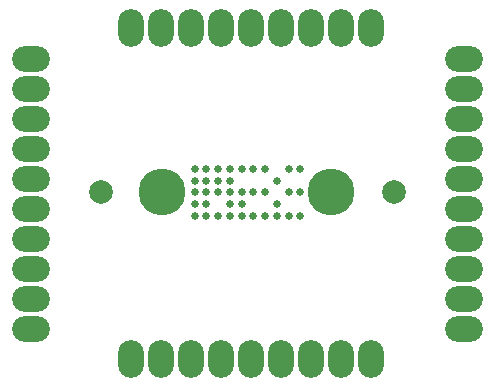
<source format=gbr>
G04 DipTrace 3.3.1.3*
G04 TopMask.gbr*
%MOIN*%
G04 #@! TF.FileFunction,Soldermask,Top*
G04 #@! TF.Part,Single*
%ADD17C,0.025591*%
%ADD20C,0.07874*%
%ADD21C,0.156199*%
%ADD28O,0.12599X0.08662*%
%ADD30O,0.08662X0.12599*%
%FSLAX26Y26*%
G04*
G70*
G90*
G75*
G01*
G04 TopMask*
%LPD*%
D20*
X1048389Y1290574D3*
X2024951D3*
D21*
X1251514D3*
X1814014D3*
D30*
X1848426Y735886D3*
X1748426D3*
X1648426D3*
X1548426Y1837486D3*
X1948426D3*
D28*
X2259377Y1635886D3*
Y1535886D3*
D30*
X1448426Y735886D3*
D28*
X2259377Y1735886D3*
D30*
X1748426Y1837486D3*
X1348426D3*
D28*
X814039Y1735886D3*
Y1635886D3*
D30*
X1148426Y735886D3*
X1548426D3*
X1348426D3*
X1248426D3*
D28*
X814014Y935886D3*
Y835886D3*
Y1035886D3*
Y1235886D3*
Y1135886D3*
Y1335886D3*
X814039Y1435886D3*
Y1535886D3*
D17*
X1360886Y1368699D3*
X1399949D3*
X1439014D3*
D28*
X2259377Y1435886D3*
D17*
X1517138Y1368699D3*
X1478077D3*
X1360886Y1329636D3*
X1399952Y1329637D3*
X1439014D3*
D28*
X2259377Y1335886D3*
Y1235886D3*
D17*
X1478077Y1329637D3*
D28*
X2259377Y1135886D3*
D17*
X1360886Y1290574D3*
D28*
X2259377Y935886D3*
D17*
X1399949Y1290574D3*
D28*
X2259377Y1035886D3*
D17*
X1439014Y1290574D3*
D28*
X2259377Y835886D3*
D17*
X1517138Y1290574D3*
D30*
X1948426Y735886D3*
D17*
X1478075Y1290574D3*
X1360886Y1251511D3*
X1399949D3*
X1517138D3*
X1478075D3*
X1360886Y1212449D3*
X1399949D3*
X1439014D3*
D30*
X1848426Y1837486D3*
D17*
X1517138Y1212449D3*
D30*
X1648426Y1837486D3*
D17*
X1478075Y1212449D3*
D30*
X1448426Y1837449D3*
D17*
X1556201Y1368699D3*
D30*
X1248426Y1837486D3*
D17*
X1595263Y1368699D3*
D30*
X1148426Y1837486D3*
D17*
X1712451Y1368699D3*
X1673389D3*
X1634327Y1329636D3*
X1556201Y1290574D3*
X1595264D3*
X1712452D3*
X1673389D3*
X1634326Y1251511D3*
X1556201Y1212449D3*
X1595264D3*
X1634326D3*
X1712451D3*
X1673389D3*
M02*

</source>
